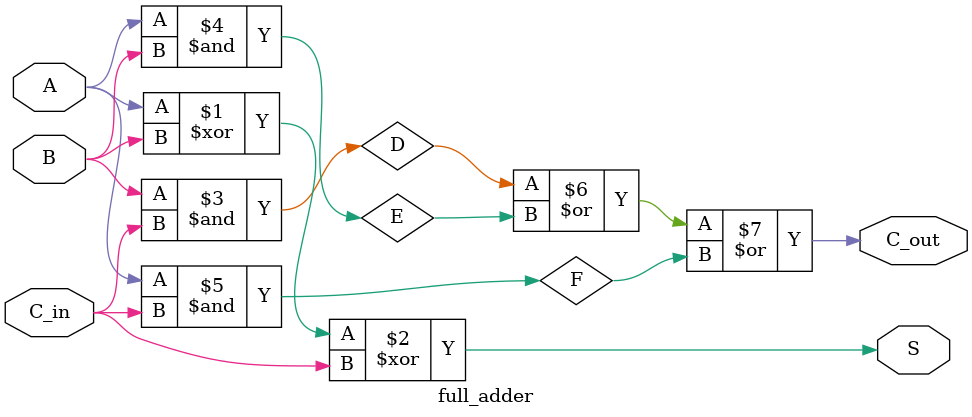
<source format=v>
module full_adder (
    A,
    B,
    C_in,
    S,
    C_out
);
    input A;
    input B;
    input C_in;

    output S;
    output C_out;

    wire D;
    wire E;
    wire F;

    // Sum
    assign S = A ^ B ^ C_in;
    
    // Carry
    assign D = B & C_in;
    assign E = A & B;
    assign F = A & C_in;
    assign C_out = D | E | F;

endmodule

//   A  B C_in | S C_out
//   0  0  0   | 0   0
//   0  0  1   | 1   0
//   0  1  0   | 1   0
//   0  1  1   | 0   1
//   1  0  0   | 1   0
//   1  0  1   | 0   1
//   1  1  0   | 0   1
//   1  1  1   | 1   1

// DNF
// S = (~A & ~B & C_in) | (~A & B & ~C_in) | (A & ~B & ~C_in) | (A & B & C_in)
//   = (~A & (~B & C_in | B & ~C_in)) | (A & (~B & ~C_in | B & C_in))
//   = (~A & (B ^ C_in)) | (A & ~(B ^ C_in))
//   = A ^ (B ^ C_in) 
//   = A ^ B ^ C_in

// C_out = (~A & B & C_in) | (A & ~B & C_in) | (A & B & ~C_in) | (A & B & C_in) 
//       = (A & (~B & C_in | B & ~C_in | B & C_in)) | (~A & B & C_in)
//       = (A & (B | C_in)) | (~A & (B & C_in))
//       = (B & C_in) | (A & (B | C_in))
//       = (B & C_in) | (A & B) | (A & C_in)

</source>
